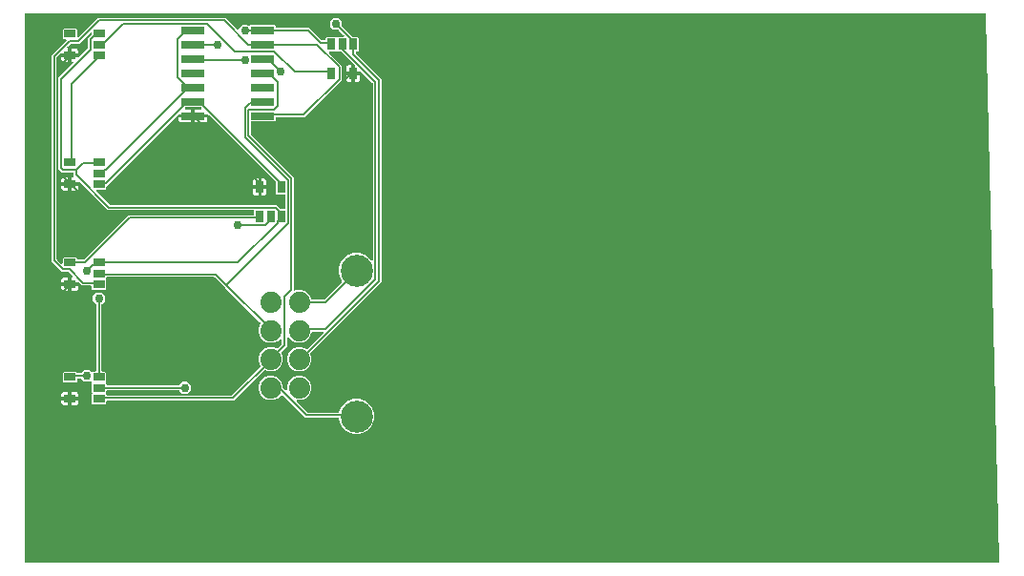
<source format=gbr>
G04 EAGLE Gerber RS-274X export*
G75*
%MOMM*%
%FSLAX34Y34*%
%LPD*%
%INTop Copper*%
%IPPOS*%
%AMOC8*
5,1,8,0,0,1.08239X$1,22.5*%
G01*
%ADD10R,0.990000X0.690000*%
%ADD11R,2.032000X0.660400*%
%ADD12R,0.690000X0.990000*%
%ADD13C,2.857500*%
%ADD14C,1.879600*%
%ADD15C,0.152400*%
%ADD16C,0.756400*%

G36*
X874531Y302265D02*
X874531Y302265D01*
X874560Y302263D01*
X874652Y302285D01*
X874744Y302300D01*
X874770Y302314D01*
X874799Y302321D01*
X874879Y302372D01*
X874962Y302416D01*
X874982Y302437D01*
X875007Y302453D01*
X875066Y302526D01*
X875131Y302594D01*
X875143Y302621D01*
X875162Y302644D01*
X875195Y302732D01*
X875235Y302817D01*
X875238Y302846D01*
X875248Y302874D01*
X875263Y303041D01*
X863109Y789097D01*
X863107Y789107D01*
X863108Y789117D01*
X863084Y789228D01*
X863063Y789339D01*
X863058Y789348D01*
X863056Y789358D01*
X862998Y789455D01*
X862942Y789553D01*
X862935Y789560D01*
X862929Y789569D01*
X862844Y789642D01*
X862760Y789718D01*
X862750Y789722D01*
X862743Y789729D01*
X862638Y789771D01*
X862534Y789816D01*
X862524Y789817D01*
X862514Y789821D01*
X862348Y789839D01*
X10922Y789839D01*
X10902Y789836D01*
X10883Y789838D01*
X10781Y789816D01*
X10679Y789800D01*
X10662Y789790D01*
X10642Y789786D01*
X10553Y789733D01*
X10462Y789684D01*
X10448Y789670D01*
X10431Y789660D01*
X10364Y789581D01*
X10292Y789506D01*
X10284Y789488D01*
X10271Y789473D01*
X10232Y789377D01*
X10189Y789283D01*
X10187Y789263D01*
X10179Y789245D01*
X10161Y789078D01*
X10161Y303022D01*
X10164Y303002D01*
X10162Y302983D01*
X10184Y302881D01*
X10200Y302779D01*
X10210Y302762D01*
X10214Y302742D01*
X10267Y302653D01*
X10316Y302562D01*
X10330Y302548D01*
X10340Y302531D01*
X10419Y302464D01*
X10494Y302392D01*
X10512Y302384D01*
X10527Y302371D01*
X10623Y302332D01*
X10717Y302289D01*
X10737Y302287D01*
X10755Y302279D01*
X10922Y302261D01*
X874502Y302261D01*
X874531Y302265D01*
G37*
%LPC*%
G36*
X70818Y442725D02*
X70818Y442725D01*
X69925Y443618D01*
X69925Y451782D01*
X70055Y451912D01*
X70067Y451928D01*
X70083Y451940D01*
X70139Y452028D01*
X70199Y452111D01*
X70205Y452130D01*
X70216Y452147D01*
X70241Y452248D01*
X70271Y452346D01*
X70271Y452366D01*
X70276Y452386D01*
X70268Y452489D01*
X70265Y452592D01*
X70258Y452611D01*
X70257Y452631D01*
X70216Y452726D01*
X70181Y452823D01*
X70168Y452839D01*
X70160Y452857D01*
X70055Y452988D01*
X69925Y453118D01*
X69925Y461282D01*
X70055Y461412D01*
X70067Y461428D01*
X70083Y461440D01*
X70139Y461528D01*
X70199Y461611D01*
X70205Y461630D01*
X70216Y461647D01*
X70241Y461748D01*
X70271Y461846D01*
X70271Y461866D01*
X70276Y461886D01*
X70268Y461989D01*
X70265Y462092D01*
X70258Y462111D01*
X70257Y462131D01*
X70216Y462226D01*
X70181Y462323D01*
X70168Y462339D01*
X70160Y462357D01*
X70055Y462488D01*
X69925Y462618D01*
X69925Y462919D01*
X69914Y462989D01*
X69912Y463061D01*
X69894Y463110D01*
X69886Y463161D01*
X69852Y463225D01*
X69827Y463292D01*
X69795Y463333D01*
X69770Y463379D01*
X69718Y463428D01*
X69674Y463484D01*
X69630Y463512D01*
X69592Y463548D01*
X69527Y463578D01*
X69467Y463617D01*
X69416Y463630D01*
X69369Y463652D01*
X69298Y463660D01*
X69228Y463677D01*
X69176Y463673D01*
X69125Y463679D01*
X69054Y463664D01*
X68983Y463658D01*
X68935Y463638D01*
X68884Y463627D01*
X68823Y463590D01*
X68757Y463562D01*
X68701Y463517D01*
X68673Y463500D01*
X68658Y463483D01*
X68626Y463457D01*
X67730Y462561D01*
X63334Y462561D01*
X60537Y465358D01*
X60463Y465411D01*
X60393Y465471D01*
X60363Y465483D01*
X60337Y465502D01*
X60250Y465529D01*
X60165Y465563D01*
X60124Y465567D01*
X60102Y465574D01*
X60070Y465573D01*
X59999Y465581D01*
X57736Y465581D01*
X57716Y465578D01*
X57697Y465580D01*
X57595Y465558D01*
X57493Y465542D01*
X57476Y465532D01*
X57456Y465528D01*
X57367Y465475D01*
X57276Y465426D01*
X57262Y465412D01*
X57245Y465402D01*
X57178Y465323D01*
X57106Y465248D01*
X57098Y465230D01*
X57085Y465215D01*
X57046Y465119D01*
X57003Y465025D01*
X57001Y465005D01*
X56993Y464987D01*
X56975Y464820D01*
X56975Y462618D01*
X56082Y461725D01*
X44918Y461725D01*
X44025Y462618D01*
X44025Y470782D01*
X44918Y471675D01*
X56082Y471675D01*
X57001Y470755D01*
X57014Y470673D01*
X57024Y470656D01*
X57028Y470636D01*
X57081Y470547D01*
X57130Y470456D01*
X57144Y470442D01*
X57154Y470425D01*
X57233Y470358D01*
X57308Y470286D01*
X57326Y470278D01*
X57341Y470265D01*
X57437Y470226D01*
X57531Y470183D01*
X57551Y470181D01*
X57569Y470173D01*
X57736Y470155D01*
X59999Y470155D01*
X60089Y470169D01*
X60180Y470177D01*
X60209Y470189D01*
X60241Y470194D01*
X60322Y470237D01*
X60406Y470273D01*
X60438Y470299D01*
X60459Y470310D01*
X60481Y470333D01*
X60537Y470378D01*
X63334Y473175D01*
X67730Y473175D01*
X69486Y471419D01*
X69502Y471407D01*
X69515Y471392D01*
X69602Y471336D01*
X69686Y471275D01*
X69705Y471269D01*
X69722Y471259D01*
X69822Y471233D01*
X69921Y471203D01*
X69941Y471203D01*
X69960Y471199D01*
X70063Y471207D01*
X70167Y471209D01*
X70186Y471216D01*
X70205Y471218D01*
X70300Y471258D01*
X70398Y471294D01*
X70413Y471306D01*
X70432Y471314D01*
X70563Y471419D01*
X70818Y471675D01*
X73152Y471675D01*
X73172Y471678D01*
X73191Y471676D01*
X73293Y471698D01*
X73395Y471714D01*
X73412Y471724D01*
X73432Y471728D01*
X73521Y471781D01*
X73612Y471830D01*
X73626Y471844D01*
X73643Y471854D01*
X73710Y471933D01*
X73782Y472008D01*
X73790Y472026D01*
X73803Y472041D01*
X73842Y472137D01*
X73885Y472231D01*
X73887Y472251D01*
X73895Y472269D01*
X73913Y472436D01*
X73913Y530915D01*
X73899Y531005D01*
X73891Y531096D01*
X73879Y531125D01*
X73874Y531157D01*
X73831Y531238D01*
X73795Y531322D01*
X73769Y531354D01*
X73758Y531375D01*
X73735Y531397D01*
X73690Y531453D01*
X70893Y534250D01*
X70893Y538646D01*
X74002Y541755D01*
X78398Y541755D01*
X81507Y538646D01*
X81507Y534250D01*
X78710Y531453D01*
X78657Y531379D01*
X78597Y531309D01*
X78585Y531279D01*
X78566Y531253D01*
X78539Y531166D01*
X78505Y531081D01*
X78501Y531040D01*
X78494Y531018D01*
X78495Y530986D01*
X78487Y530915D01*
X78487Y472436D01*
X78490Y472416D01*
X78488Y472397D01*
X78510Y472295D01*
X78526Y472193D01*
X78536Y472176D01*
X78540Y472156D01*
X78593Y472067D01*
X78642Y471976D01*
X78656Y471962D01*
X78666Y471945D01*
X78745Y471878D01*
X78820Y471806D01*
X78838Y471798D01*
X78853Y471785D01*
X78949Y471746D01*
X79043Y471703D01*
X79063Y471701D01*
X79081Y471693D01*
X79248Y471675D01*
X81982Y471675D01*
X82875Y470782D01*
X82875Y462618D01*
X82745Y462488D01*
X82733Y462472D01*
X82717Y462460D01*
X82661Y462372D01*
X82601Y462289D01*
X82595Y462270D01*
X82584Y462253D01*
X82559Y462152D01*
X82529Y462053D01*
X82529Y462033D01*
X82524Y462014D01*
X82532Y461911D01*
X82535Y461808D01*
X82542Y461789D01*
X82543Y461769D01*
X82584Y461674D01*
X82619Y461577D01*
X82632Y461561D01*
X82640Y461543D01*
X82745Y461412D01*
X82875Y461282D01*
X82875Y460248D01*
X82878Y460228D01*
X82876Y460209D01*
X82898Y460107D01*
X82914Y460005D01*
X82924Y459988D01*
X82928Y459968D01*
X82981Y459879D01*
X83030Y459788D01*
X83044Y459774D01*
X83054Y459757D01*
X83133Y459690D01*
X83208Y459618D01*
X83226Y459610D01*
X83241Y459597D01*
X83337Y459558D01*
X83431Y459515D01*
X83451Y459513D01*
X83469Y459505D01*
X83636Y459487D01*
X146867Y459487D01*
X146957Y459501D01*
X147048Y459509D01*
X147077Y459521D01*
X147109Y459526D01*
X147190Y459569D01*
X147274Y459605D01*
X147306Y459631D01*
X147327Y459642D01*
X147349Y459665D01*
X147405Y459710D01*
X150202Y462507D01*
X154598Y462507D01*
X157707Y459398D01*
X157707Y455002D01*
X154598Y451893D01*
X150202Y451893D01*
X147405Y454690D01*
X147331Y454743D01*
X147261Y454803D01*
X147231Y454815D01*
X147205Y454834D01*
X147118Y454861D01*
X147033Y454895D01*
X146992Y454899D01*
X146970Y454906D01*
X146938Y454905D01*
X146867Y454913D01*
X83636Y454913D01*
X83616Y454910D01*
X83597Y454912D01*
X83495Y454890D01*
X83393Y454874D01*
X83376Y454864D01*
X83356Y454860D01*
X83267Y454807D01*
X83176Y454758D01*
X83162Y454744D01*
X83145Y454734D01*
X83078Y454655D01*
X83006Y454580D01*
X82998Y454562D01*
X82985Y454547D01*
X82946Y454451D01*
X82903Y454357D01*
X82901Y454337D01*
X82893Y454319D01*
X82875Y454152D01*
X82875Y453118D01*
X82745Y452988D01*
X82733Y452972D01*
X82717Y452960D01*
X82661Y452872D01*
X82601Y452789D01*
X82595Y452770D01*
X82584Y452753D01*
X82559Y452652D01*
X82529Y452553D01*
X82529Y452533D01*
X82524Y452514D01*
X82532Y452411D01*
X82535Y452308D01*
X82542Y452289D01*
X82543Y452269D01*
X82584Y452174D01*
X82619Y452077D01*
X82632Y452061D01*
X82640Y452043D01*
X82745Y451912D01*
X82875Y451782D01*
X82875Y451104D01*
X82878Y451084D01*
X82876Y451065D01*
X82898Y450963D01*
X82914Y450861D01*
X82924Y450844D01*
X82928Y450824D01*
X82981Y450735D01*
X83030Y450644D01*
X83044Y450630D01*
X83054Y450613D01*
X83133Y450546D01*
X83208Y450474D01*
X83226Y450466D01*
X83241Y450453D01*
X83337Y450414D01*
X83431Y450371D01*
X83451Y450369D01*
X83469Y450361D01*
X83636Y450343D01*
X193809Y450343D01*
X193900Y450357D01*
X193990Y450365D01*
X194020Y450377D01*
X194052Y450382D01*
X194133Y450425D01*
X194217Y450461D01*
X194249Y450487D01*
X194270Y450498D01*
X194292Y450521D01*
X194348Y450566D01*
X219231Y475449D01*
X219298Y475543D01*
X219369Y475637D01*
X219371Y475643D01*
X219374Y475648D01*
X219408Y475759D01*
X219445Y475871D01*
X219445Y475878D01*
X219447Y475884D01*
X219444Y476000D01*
X219443Y476117D01*
X219440Y476124D01*
X219440Y476129D01*
X219434Y476147D01*
X219396Y476278D01*
X217677Y480427D01*
X217677Y484773D01*
X219340Y488787D01*
X222413Y491860D01*
X226427Y493523D01*
X230773Y493523D01*
X233844Y492251D01*
X233958Y492224D01*
X234071Y492195D01*
X234077Y492196D01*
X234084Y492194D01*
X234200Y492205D01*
X234316Y492214D01*
X234322Y492217D01*
X234328Y492217D01*
X234436Y492265D01*
X234543Y492311D01*
X234549Y492315D01*
X234553Y492317D01*
X234567Y492330D01*
X234674Y492416D01*
X238282Y496024D01*
X238335Y496098D01*
X238395Y496168D01*
X238407Y496198D01*
X238426Y496224D01*
X238453Y496311D01*
X238487Y496396D01*
X238491Y496437D01*
X238498Y496459D01*
X238497Y496491D01*
X238505Y496563D01*
X238505Y500620D01*
X238494Y500691D01*
X238492Y500763D01*
X238474Y500812D01*
X238466Y500863D01*
X238432Y500926D01*
X238407Y500994D01*
X238375Y501034D01*
X238350Y501081D01*
X238298Y501130D01*
X238254Y501186D01*
X238210Y501214D01*
X238172Y501250D01*
X238107Y501280D01*
X238047Y501319D01*
X237996Y501332D01*
X237949Y501354D01*
X237878Y501361D01*
X237808Y501379D01*
X237756Y501375D01*
X237705Y501381D01*
X237634Y501365D01*
X237563Y501360D01*
X237515Y501339D01*
X237464Y501328D01*
X237403Y501292D01*
X237337Y501263D01*
X237281Y501219D01*
X237253Y501202D01*
X237238Y501184D01*
X237206Y501159D01*
X234787Y498740D01*
X230773Y497077D01*
X226427Y497077D01*
X222413Y498740D01*
X219340Y501813D01*
X217677Y505827D01*
X217677Y510173D01*
X219396Y514322D01*
X219422Y514435D01*
X219451Y514549D01*
X219451Y514555D01*
X219452Y514561D01*
X219441Y514678D01*
X219432Y514794D01*
X219430Y514800D01*
X219429Y514806D01*
X219381Y514914D01*
X219336Y515020D01*
X219331Y515026D01*
X219329Y515031D01*
X219316Y515045D01*
X219231Y515151D01*
X188252Y546130D01*
X186466Y547916D01*
X179108Y555274D01*
X179034Y555327D01*
X178964Y555387D01*
X178934Y555399D01*
X178908Y555418D01*
X178821Y555445D01*
X178736Y555479D01*
X178695Y555483D01*
X178673Y555490D01*
X178641Y555489D01*
X178569Y555497D01*
X83636Y555497D01*
X83616Y555494D01*
X83597Y555496D01*
X83495Y555474D01*
X83393Y555458D01*
X83376Y555448D01*
X83356Y555444D01*
X83267Y555391D01*
X83176Y555342D01*
X83162Y555328D01*
X83145Y555318D01*
X83078Y555239D01*
X83006Y555164D01*
X82998Y555146D01*
X82985Y555131D01*
X82946Y555035D01*
X82903Y554941D01*
X82901Y554921D01*
X82893Y554903D01*
X82875Y554736D01*
X82875Y554718D01*
X82745Y554588D01*
X82733Y554572D01*
X82717Y554560D01*
X82661Y554472D01*
X82601Y554389D01*
X82595Y554370D01*
X82584Y554353D01*
X82559Y554252D01*
X82529Y554153D01*
X82529Y554133D01*
X82524Y554114D01*
X82532Y554011D01*
X82535Y553908D01*
X82542Y553889D01*
X82543Y553869D01*
X82584Y553774D01*
X82619Y553677D01*
X82632Y553661D01*
X82640Y553643D01*
X82745Y553512D01*
X82875Y553382D01*
X82875Y545218D01*
X81982Y544325D01*
X70818Y544325D01*
X69925Y545218D01*
X69925Y547116D01*
X69922Y547136D01*
X69924Y547155D01*
X69902Y547257D01*
X69886Y547359D01*
X69876Y547376D01*
X69872Y547396D01*
X69819Y547485D01*
X69770Y547576D01*
X69756Y547590D01*
X69746Y547607D01*
X69667Y547674D01*
X69592Y547746D01*
X69574Y547754D01*
X69559Y547767D01*
X69463Y547806D01*
X69369Y547849D01*
X69349Y547851D01*
X69331Y547859D01*
X69164Y547877D01*
X61537Y547877D01*
X58814Y550600D01*
X58740Y550653D01*
X58670Y550713D01*
X58640Y550725D01*
X58614Y550744D01*
X58527Y550771D01*
X58442Y550805D01*
X58401Y550809D01*
X58379Y550816D01*
X58347Y550815D01*
X58276Y550823D01*
X52023Y550823D01*
X52023Y555291D01*
X52286Y555291D01*
X52356Y555302D01*
X52428Y555304D01*
X52477Y555322D01*
X52528Y555330D01*
X52592Y555364D01*
X52659Y555389D01*
X52700Y555421D01*
X52746Y555446D01*
X52795Y555498D01*
X52851Y555542D01*
X52879Y555586D01*
X52915Y555624D01*
X52945Y555689D01*
X52984Y555749D01*
X52997Y555800D01*
X53019Y555847D01*
X53027Y555918D01*
X53044Y555988D01*
X53040Y556040D01*
X53046Y556091D01*
X53031Y556162D01*
X53025Y556233D01*
X53005Y556281D01*
X52994Y556332D01*
X52957Y556393D01*
X52929Y556459D01*
X52884Y556515D01*
X52867Y556543D01*
X52850Y556558D01*
X52824Y556590D01*
X49568Y559846D01*
X49494Y559899D01*
X49424Y559959D01*
X49394Y559971D01*
X49368Y559990D01*
X49281Y560017D01*
X49196Y560051D01*
X49155Y560055D01*
X49133Y560062D01*
X49101Y560061D01*
X49029Y560069D01*
X43249Y560069D01*
X34289Y569029D01*
X34289Y752279D01*
X47236Y765226D01*
X47278Y765284D01*
X47327Y765336D01*
X47349Y765383D01*
X47379Y765425D01*
X47400Y765494D01*
X47431Y765559D01*
X47436Y765611D01*
X47452Y765661D01*
X47450Y765732D01*
X47458Y765803D01*
X47447Y765854D01*
X47445Y765906D01*
X47421Y765974D01*
X47406Y766044D01*
X47379Y766089D01*
X47361Y766137D01*
X47316Y766193D01*
X47279Y766255D01*
X47240Y766289D01*
X47207Y766329D01*
X47147Y766368D01*
X47092Y766415D01*
X47044Y766434D01*
X47000Y766462D01*
X46931Y766480D01*
X46864Y766507D01*
X46793Y766515D01*
X46762Y766523D01*
X46738Y766521D01*
X46698Y766525D01*
X44918Y766525D01*
X44025Y767418D01*
X44025Y775582D01*
X44918Y776475D01*
X56082Y776475D01*
X56975Y775582D01*
X56975Y769182D01*
X56986Y769112D01*
X56988Y769040D01*
X57006Y768991D01*
X57014Y768940D01*
X57048Y768876D01*
X57073Y768809D01*
X57105Y768768D01*
X57130Y768722D01*
X57182Y768673D01*
X57226Y768617D01*
X57270Y768589D01*
X57308Y768553D01*
X57373Y768523D01*
X57433Y768484D01*
X57484Y768471D01*
X57531Y768449D01*
X57602Y768441D01*
X57672Y768424D01*
X57724Y768428D01*
X57775Y768422D01*
X57846Y768437D01*
X57917Y768443D01*
X57965Y768463D01*
X58016Y768474D01*
X58077Y768511D01*
X58143Y768539D01*
X58199Y768584D01*
X58227Y768601D01*
X58242Y768618D01*
X58274Y768644D01*
X73690Y784060D01*
X75253Y785623D01*
X188399Y785623D01*
X199134Y774888D01*
X199192Y774846D01*
X199244Y774797D01*
X199291Y774775D01*
X199333Y774745D01*
X199402Y774724D01*
X199467Y774693D01*
X199519Y774688D01*
X199569Y774672D01*
X199640Y774674D01*
X199711Y774666D01*
X199762Y774677D01*
X199814Y774679D01*
X199882Y774703D01*
X199952Y774718D01*
X199997Y774745D01*
X200045Y774763D01*
X200101Y774808D01*
X200163Y774845D01*
X200197Y774884D01*
X200237Y774917D01*
X200276Y774977D01*
X200323Y775032D01*
X200342Y775080D01*
X200370Y775124D01*
X200388Y775193D01*
X200415Y775260D01*
X200423Y775331D01*
X200431Y775362D01*
X200429Y775386D01*
X200433Y775426D01*
X200433Y776390D01*
X203542Y779499D01*
X207938Y779499D01*
X208638Y778799D01*
X208654Y778787D01*
X208667Y778772D01*
X208754Y778716D01*
X208838Y778655D01*
X208857Y778649D01*
X208874Y778639D01*
X208974Y778613D01*
X209073Y778583D01*
X209093Y778583D01*
X209112Y778579D01*
X209215Y778587D01*
X209319Y778589D01*
X209337Y778596D01*
X209357Y778598D01*
X209452Y778638D01*
X209550Y778674D01*
X209565Y778686D01*
X209584Y778694D01*
X209715Y778799D01*
X210442Y779527D01*
X232026Y779527D01*
X232919Y778634D01*
X232919Y777240D01*
X232922Y777220D01*
X232920Y777201D01*
X232942Y777099D01*
X232958Y776997D01*
X232968Y776980D01*
X232972Y776960D01*
X233025Y776871D01*
X233074Y776780D01*
X233088Y776766D01*
X233098Y776749D01*
X233177Y776682D01*
X233252Y776610D01*
X233270Y776602D01*
X233285Y776589D01*
X233381Y776550D01*
X233475Y776507D01*
X233495Y776505D01*
X233513Y776497D01*
X233680Y776479D01*
X263075Y776479D01*
X273520Y766034D01*
X273594Y765981D01*
X273664Y765921D01*
X273694Y765909D01*
X273720Y765890D01*
X273807Y765863D01*
X273892Y765829D01*
X273933Y765825D01*
X273955Y765818D01*
X273987Y765819D01*
X274059Y765811D01*
X276864Y765811D01*
X276884Y765814D01*
X276903Y765812D01*
X277005Y765834D01*
X277107Y765850D01*
X277124Y765860D01*
X277144Y765864D01*
X277233Y765917D01*
X277324Y765966D01*
X277338Y765980D01*
X277355Y765990D01*
X277422Y766069D01*
X277494Y766144D01*
X277502Y766162D01*
X277515Y766177D01*
X277554Y766273D01*
X277597Y766367D01*
X277599Y766387D01*
X277607Y766405D01*
X277625Y766572D01*
X277625Y767782D01*
X278518Y768675D01*
X286682Y768675D01*
X286812Y768545D01*
X286828Y768533D01*
X286840Y768517D01*
X286928Y768461D01*
X287011Y768401D01*
X287030Y768395D01*
X287047Y768384D01*
X287148Y768359D01*
X287247Y768329D01*
X287267Y768329D01*
X287286Y768324D01*
X287389Y768332D01*
X287492Y768335D01*
X287511Y768342D01*
X287531Y768343D01*
X287626Y768384D01*
X287723Y768419D01*
X287739Y768432D01*
X287757Y768440D01*
X287888Y768545D01*
X288018Y768675D01*
X293054Y768675D01*
X293124Y768686D01*
X293196Y768688D01*
X293245Y768706D01*
X293296Y768714D01*
X293360Y768748D01*
X293427Y768773D01*
X293468Y768805D01*
X293514Y768830D01*
X293563Y768882D01*
X293619Y768926D01*
X293647Y768970D01*
X293683Y769008D01*
X293713Y769073D01*
X293752Y769133D01*
X293765Y769184D01*
X293787Y769231D01*
X293795Y769302D01*
X293812Y769372D01*
X293808Y769424D01*
X293814Y769475D01*
X293799Y769546D01*
X293793Y769617D01*
X293773Y769665D01*
X293762Y769716D01*
X293725Y769777D01*
X293697Y769843D01*
X293652Y769899D01*
X293635Y769927D01*
X293618Y769942D01*
X293592Y769974D01*
X288808Y774758D01*
X288734Y774811D01*
X288664Y774871D01*
X288634Y774883D01*
X288608Y774902D01*
X288521Y774929D01*
X288436Y774963D01*
X288395Y774967D01*
X288373Y774974D01*
X288341Y774973D01*
X288269Y774981D01*
X284314Y774981D01*
X281205Y778090D01*
X281205Y782486D01*
X284314Y785595D01*
X288710Y785595D01*
X291819Y782486D01*
X291819Y778531D01*
X291833Y778440D01*
X291841Y778350D01*
X291853Y778320D01*
X291858Y778288D01*
X291901Y778207D01*
X291937Y778123D01*
X291963Y778091D01*
X291974Y778070D01*
X291997Y778048D01*
X292042Y777992D01*
X301136Y768898D01*
X301210Y768845D01*
X301280Y768785D01*
X301310Y768773D01*
X301336Y768754D01*
X301423Y768727D01*
X301508Y768693D01*
X301549Y768689D01*
X301571Y768682D01*
X301603Y768683D01*
X301675Y768675D01*
X305682Y768675D01*
X306575Y767782D01*
X306575Y756618D01*
X305682Y755725D01*
X304800Y755725D01*
X304780Y755722D01*
X304761Y755724D01*
X304659Y755702D01*
X304557Y755686D01*
X304540Y755676D01*
X304520Y755672D01*
X304431Y755619D01*
X304340Y755570D01*
X304326Y755556D01*
X304309Y755546D01*
X304242Y755467D01*
X304170Y755392D01*
X304162Y755374D01*
X304149Y755359D01*
X304110Y755263D01*
X304067Y755169D01*
X304065Y755149D01*
X304057Y755131D01*
X304039Y754964D01*
X304039Y754119D01*
X304053Y754028D01*
X304061Y753938D01*
X304073Y753908D01*
X304078Y753876D01*
X304121Y753795D01*
X304157Y753711D01*
X304183Y753679D01*
X304194Y753658D01*
X304217Y753636D01*
X304262Y753580D01*
X326899Y730943D01*
X326899Y550741D01*
X264113Y487955D01*
X264045Y487860D01*
X263975Y487767D01*
X263973Y487761D01*
X263970Y487755D01*
X263935Y487644D01*
X263899Y487533D01*
X263899Y487526D01*
X263897Y487520D01*
X263900Y487404D01*
X263901Y487287D01*
X263903Y487279D01*
X263904Y487275D01*
X263910Y487257D01*
X263948Y487126D01*
X264923Y484773D01*
X264923Y480427D01*
X263260Y476413D01*
X260187Y473340D01*
X256173Y471677D01*
X251827Y471677D01*
X247813Y473340D01*
X244740Y476413D01*
X243077Y480427D01*
X243077Y484773D01*
X244740Y488787D01*
X247813Y491860D01*
X251827Y493523D01*
X256173Y493523D01*
X260187Y491860D01*
X260330Y491717D01*
X260346Y491705D01*
X260359Y491690D01*
X260446Y491634D01*
X260530Y491573D01*
X260549Y491567D01*
X260566Y491557D01*
X260666Y491531D01*
X260765Y491501D01*
X260785Y491501D01*
X260804Y491497D01*
X260907Y491505D01*
X261011Y491507D01*
X261030Y491514D01*
X261050Y491516D01*
X261145Y491556D01*
X261242Y491592D01*
X261258Y491604D01*
X261276Y491612D01*
X261407Y491717D01*
X275120Y505430D01*
X275162Y505488D01*
X275211Y505540D01*
X275233Y505587D01*
X275263Y505629D01*
X275284Y505698D01*
X275315Y505763D01*
X275320Y505815D01*
X275336Y505865D01*
X275334Y505936D01*
X275342Y506007D01*
X275331Y506058D01*
X275329Y506110D01*
X275305Y506178D01*
X275290Y506248D01*
X275263Y506292D01*
X275245Y506341D01*
X275200Y506397D01*
X275163Y506459D01*
X275124Y506493D01*
X275091Y506533D01*
X275031Y506572D01*
X274976Y506619D01*
X274928Y506638D01*
X274884Y506666D01*
X274815Y506684D01*
X274748Y506711D01*
X274677Y506719D01*
X274646Y506727D01*
X274622Y506725D01*
X274582Y506729D01*
X265684Y506729D01*
X265664Y506726D01*
X265645Y506728D01*
X265543Y506706D01*
X265441Y506690D01*
X265424Y506680D01*
X265404Y506676D01*
X265315Y506623D01*
X265224Y506574D01*
X265210Y506560D01*
X265193Y506550D01*
X265126Y506471D01*
X265054Y506396D01*
X265046Y506378D01*
X265033Y506363D01*
X264994Y506267D01*
X264951Y506173D01*
X264949Y506153D01*
X264941Y506135D01*
X264923Y505968D01*
X264923Y505827D01*
X263260Y501813D01*
X260187Y498740D01*
X256173Y497077D01*
X251827Y497077D01*
X247813Y498740D01*
X244740Y501813D01*
X244543Y502288D01*
X244492Y502371D01*
X244446Y502457D01*
X244427Y502475D01*
X244414Y502497D01*
X244339Y502559D01*
X244268Y502626D01*
X244244Y502637D01*
X244224Y502654D01*
X244133Y502689D01*
X244045Y502730D01*
X244019Y502733D01*
X243995Y502742D01*
X243897Y502746D01*
X243801Y502757D01*
X243775Y502751D01*
X243749Y502753D01*
X243655Y502725D01*
X243560Y502705D01*
X243538Y502691D01*
X243513Y502684D01*
X243433Y502629D01*
X243349Y502579D01*
X243332Y502559D01*
X243311Y502544D01*
X243253Y502466D01*
X243189Y502392D01*
X243179Y502367D01*
X243164Y502346D01*
X243134Y502254D01*
X243097Y502164D01*
X243094Y502131D01*
X243088Y502113D01*
X243088Y502080D01*
X243079Y501997D01*
X243079Y494353D01*
X238118Y489392D01*
X238050Y489297D01*
X237980Y489203D01*
X237978Y489197D01*
X237974Y489192D01*
X237940Y489081D01*
X237904Y488970D01*
X237904Y488963D01*
X237902Y488957D01*
X237905Y488840D01*
X237906Y488724D01*
X237908Y488716D01*
X237908Y488711D01*
X237915Y488694D01*
X237953Y488562D01*
X239523Y484773D01*
X239523Y480427D01*
X237860Y476413D01*
X234787Y473340D01*
X230773Y471677D01*
X226427Y471677D01*
X223715Y472801D01*
X223602Y472827D01*
X223488Y472856D01*
X223482Y472855D01*
X223476Y472857D01*
X223359Y472846D01*
X223243Y472837D01*
X223237Y472834D01*
X223231Y472834D01*
X223123Y472786D01*
X223017Y472740D01*
X223011Y472736D01*
X223006Y472734D01*
X222992Y472721D01*
X222886Y472636D01*
X196019Y445769D01*
X83636Y445769D01*
X83616Y445766D01*
X83597Y445768D01*
X83495Y445746D01*
X83393Y445730D01*
X83376Y445720D01*
X83356Y445716D01*
X83267Y445663D01*
X83176Y445614D01*
X83162Y445600D01*
X83145Y445590D01*
X83078Y445511D01*
X83006Y445436D01*
X82998Y445418D01*
X82985Y445403D01*
X82946Y445307D01*
X82903Y445213D01*
X82901Y445193D01*
X82893Y445175D01*
X82875Y445008D01*
X82875Y443618D01*
X81982Y442725D01*
X70818Y442725D01*
G37*
%LPD*%
G36*
X276196Y535701D02*
X276196Y535701D01*
X276286Y535709D01*
X276316Y535721D01*
X276348Y535726D01*
X276429Y535769D01*
X276513Y535805D01*
X276545Y535831D01*
X276566Y535842D01*
X276588Y535865D01*
X276644Y535910D01*
X291718Y550984D01*
X291729Y551000D01*
X291745Y551012D01*
X291801Y551100D01*
X291861Y551183D01*
X291867Y551202D01*
X291878Y551219D01*
X291903Y551320D01*
X291934Y551419D01*
X291933Y551439D01*
X291938Y551458D01*
X291930Y551561D01*
X291927Y551664D01*
X291921Y551683D01*
X291919Y551703D01*
X291879Y551798D01*
X291843Y551895D01*
X291830Y551911D01*
X291823Y551929D01*
X291718Y552060D01*
X291395Y552383D01*
X288988Y558195D01*
X288988Y564485D01*
X291395Y570297D01*
X295843Y574745D01*
X301655Y577152D01*
X307945Y577152D01*
X313757Y574745D01*
X317978Y570524D01*
X318036Y570482D01*
X318088Y570433D01*
X318135Y570411D01*
X318177Y570381D01*
X318246Y570360D01*
X318311Y570329D01*
X318363Y570324D01*
X318413Y570308D01*
X318484Y570310D01*
X318555Y570302D01*
X318606Y570313D01*
X318658Y570315D01*
X318726Y570339D01*
X318796Y570354D01*
X318841Y570381D01*
X318889Y570399D01*
X318945Y570444D01*
X319007Y570481D01*
X319041Y570520D01*
X319081Y570553D01*
X319120Y570613D01*
X319167Y570668D01*
X319186Y570716D01*
X319214Y570760D01*
X319232Y570829D01*
X319259Y570896D01*
X319267Y570967D01*
X319275Y570998D01*
X319273Y571021D01*
X319277Y571062D01*
X319277Y727209D01*
X319263Y727300D01*
X319255Y727390D01*
X319243Y727420D01*
X319238Y727452D01*
X319195Y727533D01*
X319159Y727617D01*
X319133Y727649D01*
X319122Y727670D01*
X319099Y727692D01*
X319054Y727748D01*
X308890Y737912D01*
X308832Y737954D01*
X308780Y738003D01*
X308733Y738025D01*
X308691Y738055D01*
X308622Y738076D01*
X308557Y738107D01*
X308505Y738112D01*
X308455Y738128D01*
X308384Y738126D01*
X308313Y738134D01*
X308262Y738123D01*
X308210Y738121D01*
X308142Y738097D01*
X308072Y738082D01*
X308027Y738055D01*
X307979Y738037D01*
X307923Y737992D01*
X307861Y737955D01*
X307827Y737916D01*
X307787Y737883D01*
X307748Y737823D01*
X303123Y737823D01*
X303123Y743364D01*
X303108Y743454D01*
X303101Y743545D01*
X303089Y743574D01*
X303083Y743606D01*
X303041Y743687D01*
X303005Y743771D01*
X302979Y743803D01*
X302968Y743824D01*
X302945Y743846D01*
X302900Y743902D01*
X291300Y755502D01*
X291226Y755555D01*
X291156Y755615D01*
X291126Y755627D01*
X291100Y755646D01*
X291013Y755673D01*
X290928Y755707D01*
X290887Y755711D01*
X290865Y755718D01*
X290833Y755717D01*
X290761Y755725D01*
X288018Y755725D01*
X287888Y755855D01*
X287872Y755867D01*
X287860Y755883D01*
X287772Y755939D01*
X287689Y755999D01*
X287670Y756005D01*
X287653Y756016D01*
X287552Y756041D01*
X287454Y756071D01*
X287434Y756071D01*
X287414Y756076D01*
X287311Y756068D01*
X287208Y756065D01*
X287189Y756058D01*
X287169Y756057D01*
X287074Y756016D01*
X286977Y755981D01*
X286961Y755968D01*
X286943Y755960D01*
X286812Y755855D01*
X286682Y755725D01*
X281094Y755725D01*
X281024Y755714D01*
X280952Y755712D01*
X280903Y755694D01*
X280852Y755686D01*
X280788Y755652D01*
X280721Y755627D01*
X280680Y755595D01*
X280634Y755570D01*
X280585Y755518D01*
X280529Y755474D01*
X280501Y755430D01*
X280465Y755392D01*
X280435Y755327D01*
X280396Y755267D01*
X280383Y755216D01*
X280361Y755169D01*
X280353Y755098D01*
X280336Y755028D01*
X280340Y754976D01*
X280334Y754925D01*
X280349Y754854D01*
X280355Y754783D01*
X280375Y754735D01*
X280386Y754684D01*
X280423Y754623D01*
X280451Y754557D01*
X280496Y754501D01*
X280513Y754473D01*
X280530Y754458D01*
X280556Y754426D01*
X291847Y743135D01*
X291847Y730573D01*
X258503Y697229D01*
X233680Y697229D01*
X233660Y697226D01*
X233641Y697228D01*
X233539Y697206D01*
X233437Y697190D01*
X233420Y697180D01*
X233400Y697176D01*
X233311Y697123D01*
X233220Y697074D01*
X233206Y697060D01*
X233189Y697050D01*
X233122Y696971D01*
X233050Y696896D01*
X233042Y696878D01*
X233029Y696863D01*
X232990Y696767D01*
X232947Y696673D01*
X232945Y696653D01*
X232937Y696635D01*
X232919Y696468D01*
X232919Y694566D01*
X232026Y693673D01*
X211836Y693673D01*
X211816Y693670D01*
X211797Y693672D01*
X211695Y693650D01*
X211593Y693634D01*
X211576Y693624D01*
X211556Y693620D01*
X211467Y693567D01*
X211376Y693518D01*
X211362Y693504D01*
X211345Y693494D01*
X211278Y693415D01*
X211206Y693340D01*
X211198Y693322D01*
X211185Y693307D01*
X211146Y693211D01*
X211103Y693117D01*
X211101Y693097D01*
X211093Y693079D01*
X211075Y692912D01*
X211075Y682491D01*
X211089Y682400D01*
X211097Y682310D01*
X211109Y682280D01*
X211114Y682248D01*
X211157Y682167D01*
X211193Y682083D01*
X211219Y682051D01*
X211230Y682030D01*
X211253Y682008D01*
X211298Y681952D01*
X249175Y644075D01*
X249175Y544363D01*
X249182Y544318D01*
X249180Y544272D01*
X249202Y544197D01*
X249214Y544121D01*
X249236Y544080D01*
X249249Y544036D01*
X249293Y543972D01*
X249330Y543903D01*
X249363Y543872D01*
X249389Y543834D01*
X249451Y543787D01*
X249508Y543734D01*
X249550Y543714D01*
X249586Y543687D01*
X249660Y543663D01*
X249731Y543630D01*
X249777Y543625D01*
X249820Y543611D01*
X249898Y543612D01*
X249975Y543603D01*
X250020Y543613D01*
X250066Y543613D01*
X250198Y543651D01*
X250216Y543655D01*
X250220Y543658D01*
X250227Y543660D01*
X251827Y544323D01*
X256173Y544323D01*
X260187Y542660D01*
X263260Y539587D01*
X264681Y536157D01*
X264742Y536057D01*
X264802Y535957D01*
X264807Y535953D01*
X264810Y535948D01*
X264900Y535873D01*
X264989Y535797D01*
X264995Y535795D01*
X265000Y535791D01*
X265108Y535749D01*
X265217Y535705D01*
X265225Y535704D01*
X265230Y535703D01*
X265248Y535702D01*
X265384Y535687D01*
X276105Y535687D01*
X276196Y535701D01*
G37*
G36*
X240812Y615878D02*
X240812Y615878D01*
X240831Y615876D01*
X240933Y615898D01*
X241035Y615914D01*
X241052Y615924D01*
X241072Y615928D01*
X241161Y615981D01*
X241252Y616030D01*
X241266Y616044D01*
X241283Y616054D01*
X241350Y616133D01*
X241422Y616208D01*
X241430Y616226D01*
X241443Y616241D01*
X241482Y616337D01*
X241525Y616431D01*
X241527Y616451D01*
X241535Y616469D01*
X241553Y616636D01*
X241553Y628064D01*
X241550Y628084D01*
X241552Y628103D01*
X241530Y628205D01*
X241514Y628307D01*
X241504Y628324D01*
X241500Y628344D01*
X241447Y628433D01*
X241398Y628524D01*
X241384Y628538D01*
X241374Y628555D01*
X241295Y628622D01*
X241220Y628694D01*
X241202Y628702D01*
X241187Y628715D01*
X241091Y628754D01*
X240997Y628797D01*
X240977Y628799D01*
X240959Y628807D01*
X240792Y628825D01*
X234018Y628825D01*
X233125Y629718D01*
X233125Y639626D01*
X233111Y639716D01*
X233103Y639807D01*
X233091Y639836D01*
X233086Y639868D01*
X233043Y639949D01*
X233007Y640033D01*
X232981Y640065D01*
X232970Y640086D01*
X232947Y640108D01*
X232902Y640164D01*
X173266Y699800D01*
X173192Y699853D01*
X173122Y699913D01*
X173092Y699925D01*
X173066Y699944D01*
X172979Y699971D01*
X172894Y700005D01*
X172853Y700009D01*
X172831Y700016D01*
X172799Y700015D01*
X172728Y700023D01*
X161289Y700023D01*
X161289Y704343D01*
X166886Y704343D01*
X166956Y704354D01*
X167028Y704356D01*
X167077Y704374D01*
X167128Y704382D01*
X167192Y704416D01*
X167259Y704441D01*
X167300Y704473D01*
X167346Y704498D01*
X167395Y704549D01*
X167451Y704594D01*
X167479Y704638D01*
X167515Y704676D01*
X167545Y704741D01*
X167584Y704801D01*
X167597Y704852D01*
X167619Y704899D01*
X167627Y704970D01*
X167644Y705040D01*
X167640Y705092D01*
X167646Y705143D01*
X167631Y705214D01*
X167625Y705285D01*
X167605Y705333D01*
X167594Y705384D01*
X167557Y705445D01*
X167529Y705511D01*
X167484Y705567D01*
X167467Y705595D01*
X167450Y705610D01*
X167424Y705642D01*
X166916Y706150D01*
X166842Y706203D01*
X166772Y706263D01*
X166742Y706275D01*
X166716Y706294D01*
X166629Y706321D01*
X166544Y706355D01*
X166503Y706359D01*
X166481Y706366D01*
X166449Y706365D01*
X166378Y706373D01*
X153662Y706373D01*
X153572Y706359D01*
X153481Y706351D01*
X153452Y706339D01*
X153420Y706334D01*
X153339Y706291D01*
X153255Y706255D01*
X153223Y706229D01*
X153202Y706218D01*
X153180Y706195D01*
X153124Y706150D01*
X152616Y705642D01*
X152574Y705584D01*
X152525Y705532D01*
X152503Y705485D01*
X152473Y705443D01*
X152452Y705374D01*
X152421Y705309D01*
X152416Y705257D01*
X152400Y705207D01*
X152402Y705136D01*
X152394Y705065D01*
X152405Y705014D01*
X152407Y704962D01*
X152431Y704894D01*
X152446Y704824D01*
X152473Y704780D01*
X152491Y704731D01*
X152536Y704675D01*
X152573Y704613D01*
X152612Y704579D01*
X152645Y704539D01*
X152705Y704500D01*
X152760Y704453D01*
X152808Y704434D01*
X152852Y704406D01*
X152921Y704388D01*
X152988Y704361D01*
X153059Y704353D01*
X153090Y704345D01*
X153114Y704347D01*
X153154Y704343D01*
X158243Y704343D01*
X158243Y700023D01*
X147312Y700023D01*
X147222Y700008D01*
X147131Y700001D01*
X147102Y699989D01*
X147070Y699983D01*
X146989Y699941D01*
X146905Y699905D01*
X146873Y699879D01*
X146852Y699868D01*
X146830Y699845D01*
X146774Y699800D01*
X83098Y636124D01*
X83045Y636050D01*
X82985Y635980D01*
X82973Y635950D01*
X82954Y635924D01*
X82927Y635837D01*
X82893Y635752D01*
X82889Y635711D01*
X82882Y635689D01*
X82883Y635657D01*
X82875Y635586D01*
X82875Y634118D01*
X81982Y633225D01*
X74410Y633225D01*
X74340Y633214D01*
X74268Y633212D01*
X74219Y633194D01*
X74168Y633186D01*
X74104Y633152D01*
X74037Y633127D01*
X73996Y633095D01*
X73950Y633070D01*
X73901Y633018D01*
X73845Y632974D01*
X73817Y632930D01*
X73781Y632892D01*
X73751Y632827D01*
X73712Y632767D01*
X73699Y632716D01*
X73677Y632669D01*
X73669Y632598D01*
X73652Y632528D01*
X73656Y632476D01*
X73650Y632425D01*
X73665Y632354D01*
X73671Y632283D01*
X73691Y632235D01*
X73702Y632184D01*
X73739Y632123D01*
X73767Y632057D01*
X73812Y632001D01*
X73829Y631973D01*
X73846Y631958D01*
X73872Y631926D01*
X86068Y619730D01*
X86142Y619677D01*
X86212Y619617D01*
X86242Y619605D01*
X86268Y619586D01*
X86355Y619559D01*
X86440Y619525D01*
X86481Y619521D01*
X86503Y619514D01*
X86535Y619515D01*
X86607Y619507D01*
X234119Y619507D01*
X237528Y616098D01*
X237602Y616045D01*
X237672Y615985D01*
X237702Y615973D01*
X237728Y615954D01*
X237815Y615927D01*
X237900Y615893D01*
X237941Y615889D01*
X237963Y615882D01*
X237995Y615883D01*
X238066Y615875D01*
X240792Y615875D01*
X240812Y615878D01*
G37*
G36*
X43354Y566849D02*
X43354Y566849D01*
X43406Y566851D01*
X43474Y566875D01*
X43544Y566890D01*
X43589Y566917D01*
X43637Y566935D01*
X43693Y566980D01*
X43755Y567017D01*
X43789Y567056D01*
X43829Y567089D01*
X43868Y567149D01*
X43915Y567204D01*
X43934Y567252D01*
X43962Y567296D01*
X43980Y567365D01*
X44007Y567432D01*
X44015Y567503D01*
X44023Y567534D01*
X44021Y567558D01*
X44025Y567598D01*
X44025Y572382D01*
X44918Y573275D01*
X56082Y573275D01*
X56975Y572382D01*
X56975Y571500D01*
X56978Y571480D01*
X56976Y571461D01*
X56998Y571359D01*
X57014Y571257D01*
X57024Y571240D01*
X57028Y571220D01*
X57081Y571131D01*
X57130Y571040D01*
X57144Y571026D01*
X57154Y571009D01*
X57233Y570942D01*
X57308Y570870D01*
X57326Y570862D01*
X57341Y570849D01*
X57437Y570810D01*
X57531Y570767D01*
X57551Y570765D01*
X57569Y570757D01*
X57736Y570739D01*
X62745Y570739D01*
X62836Y570753D01*
X62926Y570761D01*
X62956Y570773D01*
X62988Y570778D01*
X63069Y570821D01*
X63153Y570857D01*
X63185Y570883D01*
X63206Y570894D01*
X63228Y570917D01*
X63284Y570962D01*
X102685Y610363D01*
X213364Y610363D01*
X213384Y610366D01*
X213403Y610364D01*
X213505Y610386D01*
X213607Y610402D01*
X213624Y610412D01*
X213644Y610416D01*
X213733Y610469D01*
X213824Y610518D01*
X213838Y610532D01*
X213855Y610542D01*
X213922Y610621D01*
X213994Y610696D01*
X214002Y610714D01*
X214015Y610729D01*
X214054Y610825D01*
X214097Y610919D01*
X214099Y610939D01*
X214107Y610957D01*
X214125Y611124D01*
X214125Y614172D01*
X214122Y614192D01*
X214124Y614211D01*
X214102Y614313D01*
X214086Y614415D01*
X214076Y614432D01*
X214072Y614452D01*
X214019Y614541D01*
X213970Y614632D01*
X213956Y614646D01*
X213946Y614663D01*
X213867Y614730D01*
X213792Y614802D01*
X213774Y614810D01*
X213759Y614823D01*
X213663Y614862D01*
X213569Y614905D01*
X213549Y614907D01*
X213531Y614915D01*
X213364Y614933D01*
X84397Y614933D01*
X82834Y616496D01*
X59290Y640040D01*
X59232Y640082D01*
X59180Y640131D01*
X59159Y640141D01*
X59154Y640145D01*
X59130Y640155D01*
X59091Y640183D01*
X59022Y640204D01*
X58957Y640235D01*
X58905Y640240D01*
X58855Y640256D01*
X58784Y640254D01*
X58713Y640262D01*
X58662Y640251D01*
X58610Y640249D01*
X58542Y640225D01*
X58472Y640210D01*
X58427Y640183D01*
X58379Y640165D01*
X58323Y640120D01*
X58261Y640083D01*
X58227Y640044D01*
X58187Y640011D01*
X58148Y639951D01*
X58133Y639933D01*
X58122Y639923D01*
X58121Y639920D01*
X58101Y639896D01*
X58082Y639848D01*
X58054Y639804D01*
X58037Y639738D01*
X58030Y639723D01*
X52023Y639723D01*
X52023Y644191D01*
X53340Y644191D01*
X53360Y644194D01*
X53379Y644192D01*
X53481Y644214D01*
X53583Y644230D01*
X53600Y644240D01*
X53620Y644244D01*
X53709Y644297D01*
X53800Y644346D01*
X53814Y644360D01*
X53831Y644370D01*
X53898Y644449D01*
X53970Y644524D01*
X53978Y644542D01*
X53991Y644557D01*
X54030Y644653D01*
X54073Y644747D01*
X54075Y644767D01*
X54083Y644785D01*
X54101Y644952D01*
X54101Y647700D01*
X54098Y647720D01*
X54100Y647739D01*
X54078Y647841D01*
X54062Y647943D01*
X54052Y647960D01*
X54048Y647980D01*
X53995Y648069D01*
X53946Y648160D01*
X53932Y648174D01*
X53922Y648191D01*
X53843Y648258D01*
X53768Y648330D01*
X53750Y648338D01*
X53735Y648351D01*
X53639Y648390D01*
X53545Y648433D01*
X53525Y648435D01*
X53507Y648443D01*
X53340Y648461D01*
X43249Y648461D01*
X40385Y651325D01*
X40385Y732467D01*
X53128Y745210D01*
X53170Y745268D01*
X53219Y745320D01*
X53241Y745367D01*
X53271Y745409D01*
X53292Y745478D01*
X53323Y745543D01*
X53328Y745595D01*
X53344Y745645D01*
X53342Y745716D01*
X53350Y745787D01*
X53339Y745838D01*
X53337Y745890D01*
X53313Y745958D01*
X53298Y746028D01*
X53271Y746073D01*
X53253Y746121D01*
X53208Y746177D01*
X53171Y746239D01*
X53132Y746273D01*
X53099Y746313D01*
X53039Y746352D01*
X52984Y746399D01*
X52936Y746418D01*
X52892Y746446D01*
X52823Y746464D01*
X52756Y746491D01*
X52685Y746499D01*
X52654Y746507D01*
X52630Y746505D01*
X52590Y746509D01*
X52023Y746509D01*
X52023Y750977D01*
X58580Y750977D01*
X58670Y750992D01*
X58761Y750999D01*
X58790Y751011D01*
X58822Y751017D01*
X58903Y751059D01*
X58987Y751095D01*
X59019Y751121D01*
X59040Y751132D01*
X59062Y751155D01*
X59118Y751200D01*
X66070Y758152D01*
X66123Y758226D01*
X66183Y758296D01*
X66195Y758326D01*
X66214Y758352D01*
X66241Y758439D01*
X66275Y758524D01*
X66279Y758565D01*
X66286Y758587D01*
X66285Y758619D01*
X66293Y758691D01*
X66293Y767519D01*
X69702Y770928D01*
X69755Y771002D01*
X69815Y771072D01*
X69827Y771102D01*
X69846Y771128D01*
X69873Y771215D01*
X69907Y771300D01*
X69911Y771341D01*
X69918Y771363D01*
X69917Y771395D01*
X69925Y771466D01*
X69925Y771990D01*
X69914Y772060D01*
X69912Y772132D01*
X69894Y772181D01*
X69886Y772232D01*
X69852Y772296D01*
X69827Y772363D01*
X69795Y772404D01*
X69770Y772450D01*
X69718Y772499D01*
X69674Y772555D01*
X69630Y772583D01*
X69592Y772619D01*
X69527Y772649D01*
X69467Y772688D01*
X69416Y772701D01*
X69369Y772723D01*
X69298Y772731D01*
X69228Y772748D01*
X69176Y772744D01*
X69125Y772750D01*
X69054Y772735D01*
X68983Y772729D01*
X68935Y772709D01*
X68884Y772698D01*
X68823Y772661D01*
X68757Y772633D01*
X68701Y772588D01*
X68673Y772571D01*
X68658Y772554D01*
X68626Y772528D01*
X58859Y762761D01*
X51555Y762761D01*
X51464Y762747D01*
X51374Y762739D01*
X51344Y762727D01*
X51312Y762722D01*
X51231Y762679D01*
X51147Y762643D01*
X51115Y762617D01*
X51094Y762606D01*
X51072Y762583D01*
X51016Y762538D01*
X48268Y759790D01*
X48226Y759732D01*
X48177Y759680D01*
X48155Y759633D01*
X48125Y759591D01*
X48104Y759522D01*
X48073Y759457D01*
X48068Y759405D01*
X48052Y759355D01*
X48054Y759284D01*
X48046Y759213D01*
X48057Y759162D01*
X48059Y759110D01*
X48083Y759042D01*
X48098Y758972D01*
X48125Y758927D01*
X48143Y758879D01*
X48188Y758823D01*
X48225Y758761D01*
X48264Y758727D01*
X48297Y758687D01*
X48357Y758648D01*
X48412Y758601D01*
X48460Y758582D01*
X48504Y758554D01*
X48573Y758536D01*
X48640Y758509D01*
X48711Y758501D01*
X48742Y758493D01*
X48766Y758495D01*
X48806Y758491D01*
X48977Y758491D01*
X48977Y754023D01*
X42816Y754023D01*
X42726Y754008D01*
X42635Y754001D01*
X42606Y753989D01*
X42574Y753983D01*
X42493Y753941D01*
X42409Y753905D01*
X42377Y753879D01*
X42356Y753868D01*
X42334Y753845D01*
X42278Y753800D01*
X39086Y750608D01*
X39033Y750534D01*
X38973Y750464D01*
X38961Y750434D01*
X38942Y750408D01*
X38915Y750321D01*
X38881Y750236D01*
X38877Y750195D01*
X38870Y750173D01*
X38871Y750141D01*
X38863Y750069D01*
X38863Y571239D01*
X38877Y571148D01*
X38885Y571058D01*
X38897Y571028D01*
X38902Y570996D01*
X38945Y570915D01*
X38981Y570831D01*
X39007Y570799D01*
X39018Y570778D01*
X39041Y570756D01*
X39086Y570700D01*
X42726Y567060D01*
X42784Y567018D01*
X42836Y566969D01*
X42883Y566947D01*
X42925Y566917D01*
X42994Y566896D01*
X43059Y566865D01*
X43111Y566860D01*
X43161Y566844D01*
X43232Y566846D01*
X43303Y566838D01*
X43354Y566849D01*
G37*
%LPC*%
G36*
X301655Y415988D02*
X301655Y415988D01*
X295843Y418395D01*
X291395Y422843D01*
X288988Y428655D01*
X288988Y429768D01*
X288985Y429788D01*
X288987Y429807D01*
X288965Y429909D01*
X288948Y430011D01*
X288939Y430028D01*
X288934Y430048D01*
X288881Y430137D01*
X288833Y430228D01*
X288819Y430242D01*
X288808Y430259D01*
X288730Y430326D01*
X288655Y430398D01*
X288637Y430406D01*
X288621Y430419D01*
X288525Y430458D01*
X288432Y430501D01*
X288412Y430503D01*
X288393Y430511D01*
X288227Y430529D01*
X259657Y430529D01*
X258094Y432092D01*
X239050Y451136D01*
X239013Y451163D01*
X238981Y451197D01*
X238913Y451234D01*
X238850Y451279D01*
X238806Y451293D01*
X238765Y451315D01*
X238689Y451329D01*
X238615Y451352D01*
X238569Y451351D01*
X238523Y451359D01*
X238447Y451347D01*
X238369Y451345D01*
X238326Y451330D01*
X238280Y451323D01*
X238211Y451288D01*
X238138Y451261D01*
X238102Y451232D01*
X238061Y451211D01*
X238007Y451156D01*
X237946Y451107D01*
X237932Y451085D01*
X234787Y447940D01*
X230773Y446277D01*
X226427Y446277D01*
X222413Y447940D01*
X219340Y451013D01*
X217677Y455027D01*
X217677Y459373D01*
X219340Y463387D01*
X222413Y466460D01*
X226427Y468123D01*
X230773Y468123D01*
X234787Y466460D01*
X237860Y463387D01*
X239523Y459373D01*
X239523Y457447D01*
X239537Y457356D01*
X239545Y457266D01*
X239557Y457236D01*
X239562Y457204D01*
X239605Y457123D01*
X239641Y457039D01*
X239667Y457007D01*
X239678Y456986D01*
X239701Y456964D01*
X239746Y456908D01*
X241778Y454876D01*
X241836Y454834D01*
X241888Y454785D01*
X241935Y454763D01*
X241977Y454733D01*
X242046Y454712D01*
X242111Y454681D01*
X242163Y454676D01*
X242213Y454660D01*
X242284Y454662D01*
X242355Y454654D01*
X242406Y454665D01*
X242458Y454667D01*
X242526Y454691D01*
X242596Y454706D01*
X242641Y454733D01*
X242689Y454751D01*
X242745Y454796D01*
X242807Y454833D01*
X242841Y454872D01*
X242881Y454905D01*
X242920Y454965D01*
X242967Y455020D01*
X242986Y455068D01*
X243014Y455112D01*
X243032Y455181D01*
X243059Y455248D01*
X243067Y455319D01*
X243075Y455350D01*
X243073Y455374D01*
X243077Y455414D01*
X243077Y459373D01*
X244740Y463387D01*
X247813Y466460D01*
X251827Y468123D01*
X256173Y468123D01*
X260187Y466460D01*
X263260Y463387D01*
X264923Y459373D01*
X264923Y455027D01*
X263260Y451013D01*
X260187Y447940D01*
X256173Y446277D01*
X252214Y446277D01*
X252144Y446266D01*
X252072Y446264D01*
X252023Y446246D01*
X251972Y446238D01*
X251908Y446204D01*
X251841Y446179D01*
X251800Y446147D01*
X251754Y446122D01*
X251705Y446070D01*
X251649Y446026D01*
X251621Y445982D01*
X251585Y445944D01*
X251555Y445879D01*
X251516Y445819D01*
X251503Y445768D01*
X251481Y445721D01*
X251473Y445650D01*
X251456Y445580D01*
X251460Y445528D01*
X251454Y445477D01*
X251469Y445406D01*
X251475Y445335D01*
X251495Y445287D01*
X251506Y445236D01*
X251543Y445175D01*
X251571Y445109D01*
X251616Y445053D01*
X251633Y445025D01*
X251650Y445010D01*
X251676Y444978D01*
X261328Y435326D01*
X261402Y435273D01*
X261472Y435213D01*
X261502Y435201D01*
X261528Y435182D01*
X261615Y435155D01*
X261700Y435121D01*
X261741Y435117D01*
X261763Y435110D01*
X261795Y435111D01*
X261867Y435103D01*
X288544Y435103D01*
X288659Y435122D01*
X288775Y435139D01*
X288781Y435141D01*
X288787Y435142D01*
X288890Y435197D01*
X288995Y435250D01*
X288999Y435255D01*
X289004Y435258D01*
X289084Y435342D01*
X289167Y435426D01*
X289170Y435432D01*
X289174Y435436D01*
X289182Y435453D01*
X289248Y435573D01*
X291395Y440757D01*
X295843Y445205D01*
X301655Y447612D01*
X307945Y447612D01*
X313757Y445205D01*
X318205Y440757D01*
X320612Y434945D01*
X320612Y428655D01*
X318205Y422843D01*
X313757Y418395D01*
X307945Y415988D01*
X301655Y415988D01*
G37*
%LPD*%
%LPC*%
G36*
X161289Y692657D02*
X161289Y692657D01*
X161289Y696977D01*
X172467Y696977D01*
X172467Y694864D01*
X172294Y694217D01*
X171959Y693638D01*
X171486Y693165D01*
X170907Y692830D01*
X170260Y692657D01*
X161289Y692657D01*
G37*
%LPD*%
%LPC*%
G36*
X149272Y692657D02*
X149272Y692657D01*
X148625Y692830D01*
X148046Y693165D01*
X147573Y693638D01*
X147238Y694217D01*
X147065Y694864D01*
X147065Y696977D01*
X158243Y696977D01*
X158243Y692657D01*
X149272Y692657D01*
G37*
%LPD*%
%LPC*%
G36*
X52023Y754023D02*
X52023Y754023D01*
X52023Y758491D01*
X55784Y758491D01*
X56431Y758318D01*
X57010Y757983D01*
X57483Y757510D01*
X57818Y756931D01*
X57991Y756284D01*
X57991Y754023D01*
X52023Y754023D01*
G37*
%LPD*%
%LPC*%
G36*
X52023Y449223D02*
X52023Y449223D01*
X52023Y453691D01*
X55784Y453691D01*
X56431Y453518D01*
X57010Y453183D01*
X57483Y452710D01*
X57818Y452131D01*
X57991Y451484D01*
X57991Y449223D01*
X52023Y449223D01*
G37*
%LPD*%
%LPC*%
G36*
X220623Y636823D02*
X220623Y636823D01*
X220623Y642791D01*
X222884Y642791D01*
X223531Y642618D01*
X224110Y642283D01*
X224583Y641810D01*
X224918Y641231D01*
X225091Y640584D01*
X225091Y636823D01*
X220623Y636823D01*
G37*
%LPD*%
%LPC*%
G36*
X43009Y449223D02*
X43009Y449223D01*
X43009Y451484D01*
X43182Y452131D01*
X43517Y452710D01*
X43990Y453183D01*
X44569Y453518D01*
X45216Y453691D01*
X48977Y453691D01*
X48977Y449223D01*
X43009Y449223D01*
G37*
%LPD*%
%LPC*%
G36*
X43009Y550823D02*
X43009Y550823D01*
X43009Y553084D01*
X43182Y553731D01*
X43517Y554310D01*
X43990Y554783D01*
X44569Y555118D01*
X45216Y555291D01*
X48977Y555291D01*
X48977Y550823D01*
X43009Y550823D01*
G37*
%LPD*%
%LPC*%
G36*
X303123Y728809D02*
X303123Y728809D01*
X303123Y734777D01*
X307591Y734777D01*
X307591Y731016D01*
X307418Y730369D01*
X307083Y729790D01*
X306610Y729317D01*
X306031Y728982D01*
X305384Y728809D01*
X303123Y728809D01*
G37*
%LPD*%
%LPC*%
G36*
X220623Y627809D02*
X220623Y627809D01*
X220623Y633777D01*
X225091Y633777D01*
X225091Y630016D01*
X224918Y629369D01*
X224583Y628790D01*
X224110Y628317D01*
X223531Y627982D01*
X222884Y627809D01*
X220623Y627809D01*
G37*
%LPD*%
%LPC*%
G36*
X43009Y639723D02*
X43009Y639723D01*
X43009Y641984D01*
X43182Y642631D01*
X43517Y643210D01*
X43990Y643683D01*
X44569Y644018D01*
X45216Y644191D01*
X48977Y644191D01*
X48977Y639723D01*
X43009Y639723D01*
G37*
%LPD*%
%LPC*%
G36*
X295609Y737823D02*
X295609Y737823D01*
X295609Y741584D01*
X295782Y742231D01*
X296117Y742810D01*
X296590Y743283D01*
X297169Y743618D01*
X297816Y743791D01*
X300077Y743791D01*
X300077Y737823D01*
X295609Y737823D01*
G37*
%LPD*%
%LPC*%
G36*
X213109Y636823D02*
X213109Y636823D01*
X213109Y640584D01*
X213282Y641231D01*
X213617Y641810D01*
X214090Y642283D01*
X214669Y642618D01*
X215316Y642791D01*
X217577Y642791D01*
X217577Y636823D01*
X213109Y636823D01*
G37*
%LPD*%
%LPC*%
G36*
X52023Y632209D02*
X52023Y632209D01*
X52023Y636677D01*
X57991Y636677D01*
X57991Y634416D01*
X57818Y633769D01*
X57483Y633190D01*
X57010Y632717D01*
X56431Y632382D01*
X55784Y632209D01*
X52023Y632209D01*
G37*
%LPD*%
%LPC*%
G36*
X52023Y543309D02*
X52023Y543309D01*
X52023Y547777D01*
X57991Y547777D01*
X57991Y545516D01*
X57818Y544869D01*
X57483Y544290D01*
X57010Y543817D01*
X56431Y543482D01*
X55784Y543309D01*
X52023Y543309D01*
G37*
%LPD*%
%LPC*%
G36*
X52023Y441709D02*
X52023Y441709D01*
X52023Y446177D01*
X57991Y446177D01*
X57991Y443916D01*
X57818Y443269D01*
X57483Y442690D01*
X57010Y442217D01*
X56431Y441882D01*
X55784Y441709D01*
X52023Y441709D01*
G37*
%LPD*%
%LPC*%
G36*
X215316Y627809D02*
X215316Y627809D01*
X214669Y627982D01*
X214090Y628317D01*
X213617Y628790D01*
X213282Y629369D01*
X213109Y630016D01*
X213109Y633777D01*
X217577Y633777D01*
X217577Y627809D01*
X215316Y627809D01*
G37*
%LPD*%
%LPC*%
G36*
X297816Y728809D02*
X297816Y728809D01*
X297169Y728982D01*
X296590Y729317D01*
X296117Y729790D01*
X295782Y730369D01*
X295609Y731016D01*
X295609Y734777D01*
X300077Y734777D01*
X300077Y728809D01*
X297816Y728809D01*
G37*
%LPD*%
%LPC*%
G36*
X45216Y543309D02*
X45216Y543309D01*
X44569Y543482D01*
X43990Y543817D01*
X43517Y544290D01*
X43182Y544869D01*
X43009Y545516D01*
X43009Y547777D01*
X48977Y547777D01*
X48977Y543309D01*
X45216Y543309D01*
G37*
%LPD*%
%LPC*%
G36*
X45216Y746509D02*
X45216Y746509D01*
X44569Y746682D01*
X43990Y747017D01*
X43517Y747490D01*
X43182Y748069D01*
X43009Y748716D01*
X43009Y750977D01*
X48977Y750977D01*
X48977Y746509D01*
X45216Y746509D01*
G37*
%LPD*%
%LPC*%
G36*
X45216Y632209D02*
X45216Y632209D01*
X44569Y632382D01*
X43990Y632717D01*
X43517Y633190D01*
X43182Y633769D01*
X43009Y634416D01*
X43009Y636677D01*
X48977Y636677D01*
X48977Y632209D01*
X45216Y632209D01*
G37*
%LPD*%
%LPC*%
G36*
X45216Y441709D02*
X45216Y441709D01*
X44569Y441882D01*
X43990Y442217D01*
X43517Y442690D01*
X43182Y443269D01*
X43009Y443916D01*
X43009Y446177D01*
X48977Y446177D01*
X48977Y441709D01*
X45216Y441709D01*
G37*
%LPD*%
%LPC*%
G36*
X219099Y635299D02*
X219099Y635299D01*
X219099Y635301D01*
X219101Y635301D01*
X219101Y635299D01*
X219099Y635299D01*
G37*
%LPD*%
%LPC*%
G36*
X159765Y698499D02*
X159765Y698499D01*
X159765Y698501D01*
X159767Y698501D01*
X159767Y698499D01*
X159765Y698499D01*
G37*
%LPD*%
%LPC*%
G36*
X50499Y549299D02*
X50499Y549299D01*
X50499Y549301D01*
X50501Y549301D01*
X50501Y549299D01*
X50499Y549299D01*
G37*
%LPD*%
%LPC*%
G36*
X50499Y638199D02*
X50499Y638199D01*
X50499Y638201D01*
X50501Y638201D01*
X50501Y638199D01*
X50499Y638199D01*
G37*
%LPD*%
%LPC*%
G36*
X301599Y736299D02*
X301599Y736299D01*
X301599Y736301D01*
X301601Y736301D01*
X301601Y736299D01*
X301599Y736299D01*
G37*
%LPD*%
%LPC*%
G36*
X50499Y752499D02*
X50499Y752499D01*
X50499Y752501D01*
X50501Y752501D01*
X50501Y752499D01*
X50499Y752499D01*
G37*
%LPD*%
%LPC*%
G36*
X50499Y447699D02*
X50499Y447699D01*
X50499Y447701D01*
X50501Y447701D01*
X50501Y447699D01*
X50499Y447699D01*
G37*
%LPD*%
D10*
X76400Y447700D03*
X76400Y457200D03*
X76400Y466700D03*
X50500Y466700D03*
X50500Y447700D03*
D11*
X221234Y698500D03*
X159766Y698500D03*
X221234Y711200D03*
X221234Y723900D03*
X159766Y711200D03*
X159766Y723900D03*
X221234Y736600D03*
X159766Y736600D03*
X221234Y749300D03*
X221234Y762000D03*
X159766Y749300D03*
X159766Y762000D03*
X221234Y774700D03*
X159766Y774700D03*
D10*
X76400Y549300D03*
X76400Y558800D03*
X76400Y568300D03*
X50500Y568300D03*
X50500Y549300D03*
D12*
X301600Y762200D03*
X292100Y762200D03*
X282600Y762200D03*
X282600Y736300D03*
X301600Y736300D03*
D10*
X76400Y638200D03*
X76400Y647700D03*
X76400Y657200D03*
X50500Y657200D03*
X50500Y638200D03*
D12*
X219100Y609400D03*
X228600Y609400D03*
X238100Y609400D03*
X238100Y635300D03*
X219100Y635300D03*
D10*
X76400Y752500D03*
X76400Y762000D03*
X76400Y771500D03*
X50500Y771500D03*
X50500Y752500D03*
D13*
X304800Y431800D03*
X304800Y561340D03*
D14*
X254000Y457200D03*
X228600Y457200D03*
X254000Y482600D03*
X228600Y482600D03*
X254000Y508000D03*
X228600Y508000D03*
X254000Y533400D03*
X228600Y533400D03*
D15*
X76200Y656844D02*
X62484Y656844D01*
X56388Y650748D01*
X44196Y650748D01*
X42672Y652272D01*
X42672Y731520D01*
X68580Y757428D01*
X68580Y766572D01*
X73152Y771144D01*
X76200Y771144D01*
X76400Y657200D02*
X76200Y656844D01*
X76200Y771144D02*
X76400Y771500D01*
X272796Y763524D02*
X281940Y763524D01*
X272796Y763524D02*
X262128Y774192D01*
X222504Y774192D01*
X281940Y763524D02*
X282600Y762200D01*
X222504Y774192D02*
X221234Y774700D01*
X76200Y536448D02*
X76200Y467868D01*
X65532Y560832D02*
X71628Y566928D01*
X76200Y566928D01*
X76200Y467868D02*
X76400Y466700D01*
X76200Y566928D02*
X76400Y568300D01*
X234696Y605028D02*
X237744Y608076D01*
X234696Y605028D02*
X234696Y603504D01*
X199644Y568452D01*
X77724Y568452D01*
X237744Y608076D02*
X238100Y609400D01*
X77724Y568452D02*
X76400Y568300D01*
X205740Y774192D02*
X220980Y774192D01*
X221234Y774700D01*
X56388Y650748D02*
X56388Y646176D01*
X85344Y617220D01*
X233172Y617220D01*
X237744Y612648D01*
X237744Y609600D01*
X238100Y609400D01*
D16*
X76200Y536448D03*
X65532Y560832D03*
X205740Y774192D03*
D15*
X50292Y638556D02*
X39624Y649224D01*
X39624Y740664D01*
X50292Y751332D01*
X50292Y638556D02*
X50500Y638200D01*
X50292Y751332D02*
X50500Y752500D01*
X50292Y454152D02*
X50292Y448056D01*
X50292Y454152D02*
X42672Y461772D01*
X42672Y541020D01*
X50292Y548640D01*
X50292Y448056D02*
X50500Y447700D01*
X50292Y548640D02*
X50500Y549300D01*
X217932Y635508D02*
X217932Y640080D01*
X210312Y647700D02*
X160020Y697992D01*
X210312Y647700D02*
X217932Y640080D01*
X217932Y635508D02*
X219100Y635300D01*
X160020Y697992D02*
X159766Y698500D01*
X231648Y667512D02*
X300228Y736092D01*
X211836Y647700D02*
X210312Y647700D01*
X300228Y736092D02*
X301600Y736300D01*
X59436Y548640D02*
X51816Y548640D01*
X59436Y548640D02*
X65532Y542544D01*
X106680Y542544D01*
X51816Y548640D02*
X50500Y549300D01*
X86868Y601980D02*
X51816Y637032D01*
X50500Y638200D01*
D16*
X231648Y667512D03*
X211836Y647700D03*
X106680Y542544D03*
X86868Y601980D03*
D15*
X76200Y550164D02*
X62484Y550164D01*
X50292Y562356D01*
X44196Y562356D01*
X36576Y569976D01*
X36576Y751332D01*
X50292Y765048D01*
X57912Y765048D01*
X76200Y783336D01*
X187452Y783336D01*
X208788Y762000D01*
X221234Y762000D01*
X76200Y550164D02*
X76400Y549300D01*
X222504Y699516D02*
X257556Y699516D01*
X289560Y731520D01*
X289560Y742188D01*
X269748Y762000D01*
X221234Y762000D01*
X222504Y699516D02*
X221234Y698500D01*
X195072Y448056D02*
X77724Y448056D01*
X195072Y448056D02*
X228600Y481584D01*
X77724Y448056D02*
X76400Y447700D01*
X228600Y481584D02*
X228600Y482600D01*
X227076Y736092D02*
X222504Y736092D01*
X227076Y736092D02*
X234696Y728472D01*
X234696Y707136D01*
X231648Y704088D01*
X208788Y704088D01*
X208788Y681228D01*
X246888Y643128D01*
X246888Y544068D01*
X240792Y537972D01*
X240792Y495300D01*
X228600Y483108D01*
X222504Y736092D02*
X221234Y736600D01*
X228600Y483108D02*
X228600Y482600D01*
X179832Y557784D02*
X77724Y557784D01*
X188976Y548640D02*
X228600Y509016D01*
X188976Y548640D02*
X179832Y557784D01*
X77724Y557784D02*
X76400Y558800D01*
X228600Y509016D02*
X228600Y508000D01*
X220980Y710184D02*
X210312Y710184D01*
X205740Y705612D01*
X205740Y679704D01*
X243840Y641604D01*
X243840Y603504D01*
X188976Y548640D01*
X220980Y710184D02*
X221234Y711200D01*
X301752Y752856D02*
X301752Y762000D01*
X301752Y752856D02*
X324612Y729996D01*
X324612Y551688D01*
X254508Y481584D01*
X301752Y762000D02*
X301600Y762200D01*
X254000Y482600D02*
X254508Y481584D01*
X181356Y762000D02*
X159766Y762000D01*
X286512Y780288D02*
X300228Y766572D01*
X300228Y763524D01*
X301600Y762200D01*
D16*
X181356Y762000D03*
X286512Y780288D03*
D15*
X292608Y762000D02*
X292608Y757428D01*
X321564Y728472D01*
X321564Y553212D01*
X277368Y509016D01*
X254508Y509016D01*
X292608Y762000D02*
X292100Y762200D01*
X254508Y509016D02*
X254000Y508000D01*
X205740Y748284D02*
X160020Y748284D01*
X159766Y749300D01*
D16*
X205740Y748284D03*
D15*
X80772Y650748D02*
X77724Y647700D01*
X80772Y650748D02*
X82296Y650748D01*
X155448Y723900D01*
X159766Y723900D01*
X77724Y647700D02*
X76400Y647700D01*
X153924Y774192D02*
X158496Y774192D01*
X153924Y774192D02*
X146304Y766572D01*
X146304Y733044D01*
X155448Y723900D01*
X158496Y774192D02*
X159766Y774700D01*
X159766Y723900D02*
X158496Y723900D01*
X65532Y467868D02*
X51816Y467868D01*
X199644Y601980D02*
X224028Y601980D01*
X228600Y606552D01*
X228600Y609400D01*
X51816Y467868D02*
X50500Y466700D01*
D16*
X65532Y467868D03*
X199644Y601980D03*
D15*
X64008Y568452D02*
X51816Y568452D01*
X64008Y568452D02*
X103632Y608076D01*
X217932Y608076D01*
X51816Y568452D02*
X50500Y568300D01*
X217932Y608076D02*
X219100Y609400D01*
X237744Y635508D02*
X237744Y638556D01*
X166116Y710184D01*
X160020Y710184D01*
X237744Y635508D02*
X238100Y635300D01*
X160020Y710184D02*
X159766Y711200D01*
X82296Y638556D02*
X77724Y638556D01*
X82296Y638556D02*
X153924Y710184D01*
X158496Y710184D01*
X77724Y638556D02*
X76400Y638200D01*
X158496Y710184D02*
X159766Y711200D01*
X249936Y737616D02*
X281940Y737616D01*
X249936Y737616D02*
X231648Y755904D01*
X196596Y755904D01*
X172212Y780288D01*
X97536Y780288D01*
X79248Y762000D01*
X76400Y762000D01*
X281940Y737616D02*
X282600Y736300D01*
X51816Y726948D02*
X51816Y658368D01*
X51816Y726948D02*
X76200Y751332D01*
X51816Y658368D02*
X50500Y657200D01*
X76200Y751332D02*
X76400Y752500D01*
X228600Y457200D02*
X236220Y457200D01*
X260604Y432816D01*
X304800Y432816D01*
X304800Y431800D01*
X277368Y533400D02*
X254000Y533400D01*
X277368Y533400D02*
X304800Y560832D01*
X304800Y561340D01*
X152400Y457200D02*
X76400Y457200D01*
X222504Y748284D02*
X227076Y748284D01*
X237744Y737616D01*
X222504Y748284D02*
X221234Y749300D01*
D16*
X152400Y457200D03*
X237744Y737616D03*
M02*

</source>
